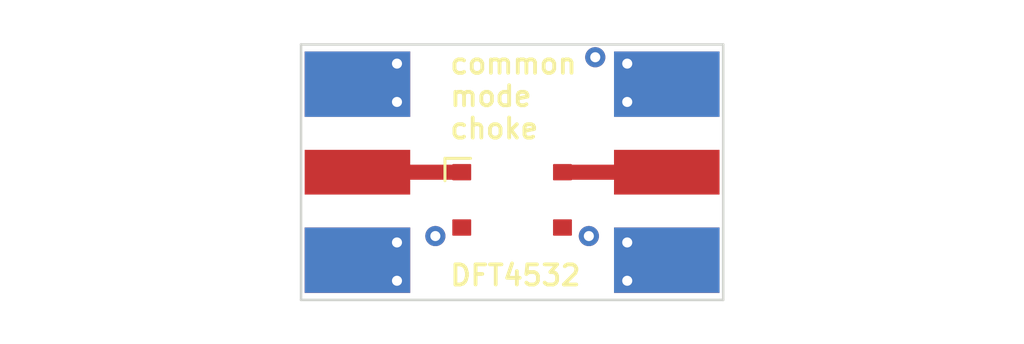
<source format=kicad_pcb>
(kicad_pcb (version 20221018) (generator pcbnew)
  (layers (0 "F.Cu" signal) (31 "B.Cu" signal) (34 "B.Paste" user) (35 "F.Paste" user) (36 "B.SilkS" user "B.Silkscreen") (37 "F.SilkS" user "F.Silkscreen") (38 "B.Mask" user) (39 "F.Mask" user) (44 "Edge.Cuts" user))
  (net 0 "")
  (net 1 "Net-(J2-In)")
  (net 2 "Net-(J1-In)")
  (net 3 "Net-(J2-Ext)")
  (net 4 "Net-(J1-Ext)")
  (footprint "jtk_kicad_libs:SMA_Cinch_142-0711-821_EdgeMount" (layer "F.Cu") (at 115.824 110.236 180)
    (fp_text reference "J2" hide)
    (fp_text value "Conn_Coaxial")
    (pad "1" smd rect (at 0.3 0 270) (size 1.778 4.191) (layers "F.Cu" "F.Paste" "F.Mask") (net 1 "Net-(J2-In)"))
    (pad "2" smd rect (at 0.3 -3.5 270) (size 2.6 4.191) (layers "F.Cu" "F.Paste" "F.Mask") (net 3 "Net-(J2-Ext)"))
    (pad "2" smd rect (at 0.3 -3.5 270) (size 2.6 4.191) (layers "B.Cu" "B.Paste" "B.Mask") (net 3 "Net-(J2-Ext)"))
    (pad "2" smd rect (at 0.3 3.5 270) (size 2.6 4.191) (layers "F.Cu" "F.Paste" "F.Mask") (net 3 "Net-(J2-Ext)"))
    (pad "2" smd rect (at 0.3 3.5 270) (size 2.6 4.191) (layers "B.Cu" "B.Paste" "B.Mask") (net 3 "Net-(J2-Ext)"))
  )
  (footprint "jtk_kicad_libs:DFT4532" (layer "F.Cu") (at 121.666 111.336)
    (fp_text reference "FL1" hide)
    (fp_text value "DFT4532-224B")
    (fp_line (start -2.667 -1.651) (end -1.651 -1.651) (stroke (width 0.12)) (layer "F.SilkS"))
    (fp_line (start -2.667 -0.762) (end -2.667 -1.651) (stroke (width 0.12)) (layer "F.SilkS"))
    (pad "1" smd roundrect (at -2 -1.1) (size 0.75 0.65) (layers "F.Cu" "F.Paste" "F.Mask") (roundrect_rratio 0.05) (net 1 "Net-(J2-In)"))
    (pad "2" smd roundrect (at -2 1.1) (size 0.75 0.65) (layers "F.Cu" "F.Paste" "F.Mask") (roundrect_rratio 0.05) (net 3 "Net-(J2-Ext)"))
    (pad "3" smd roundrect (at 2 1.1) (size 0.75 0.65) (layers "F.Cu" "F.Paste" "F.Mask") (roundrect_rratio 0.05) (net 4 "Net-(J1-Ext)"))
    (pad "4" smd roundrect (at 2 -1.1) (size 0.75 0.65) (layers "F.Cu" "F.Paste" "F.Mask") (roundrect_rratio 0.05) (net 2 "Net-(J1-In)"))
  )
  (footprint "jtk_kicad_libs:SMA_Cinch_142-0711-821_EdgeMount" (layer "F.Cu") (at 127.508 110.236)
    (fp_text reference "J1" hide)
    (fp_text value "Conn_Coaxial")
    (pad "1" smd rect (at 0.3 0 90) (size 1.778 4.191) (layers "F.Cu" "F.Paste" "F.Mask") (net 2 "Net-(J1-In)"))
    (pad "2" smd rect (at 0.3 -3.5 90) (size 2.6 4.191) (layers "F.Cu" "F.Paste" "F.Mask") (net 4 "Net-(J1-Ext)"))
    (pad "2" smd rect (at 0.3 -3.5 90) (size 2.6 4.191) (layers "B.Cu" "B.Paste" "B.Mask") (net 4 "Net-(J1-Ext)"))
    (pad "2" smd rect (at 0.3 3.5 90) (size 2.6 4.191) (layers "F.Cu" "F.Paste" "F.Mask") (net 4 "Net-(J1-Ext)"))
    (pad "2" smd rect (at 0.3 3.5 90) (size 2.6 4.191) (layers "B.Cu" "B.Paste" "B.Mask") (net 4 "Net-(J1-Ext)"))
  )
  (gr_line (start 113.284 105.156) (end 130.048 105.156) (stroke (width 0.1)) (layer "Edge.Cuts"))
  (gr_line (start 130.048 105.156) (end 130.048 115.316) (stroke (width 0.1)) (layer "Edge.Cuts"))
  (gr_line (start 130.048 115.316) (end 113.284 115.316) (stroke (width 0.1)) (layer "Edge.Cuts"))
  (gr_line (start 113.284 115.316) (end 113.284 105.156) (stroke (width 0.1)) (layer "Edge.Cuts"))
  (gr_text "DFT4532" (at 119.126 114.808) (layer "F.SilkS") (effects (font (size 0.8 0.8)) (justify left bottom)))
  (gr_text "common\nmode\nchoke" (at 119.126 108.966) (layer "F.SilkS") (effects (font (size 0.8 0.8)) (justify left bottom)))
  (via (at 124.968 105.664) (size 0.8) (drill 0.4) (layers "F.Cu" "B.Cu") (net 0))
  (segment (start 115.524 110.236) (end 119.666 110.236) (width 0.6) (layer "F.Cu") (net 1))
  (segment (start 123.666 110.236) (end 127.808 110.236) (width 0.6) (layer "F.Cu") (net 2))
  (via (at 117.094 113.03) (size 0.8) (drill 0.4) (layers "F.Cu" "B.Cu") (net 3))
  (via (at 118.618 112.776) (size 0.8) (drill 0.4) (layers "F.Cu" "B.Cu") (net 3))
  (via (at 117.094 105.918) (size 0.8) (drill 0.4) (layers "F.Cu" "B.Cu") (net 3))
  (via (at 117.094 107.442) (size 0.8) (drill 0.4) (layers "F.Cu" "B.Cu") (net 3))
  (via (at 117.094 114.554) (size 0.8) (drill 0.4) (layers "F.Cu" "B.Cu") (net 3))
  (via (at 126.238 107.442) (size 0.8) (drill 0.4) (layers "F.Cu" "B.Cu") (net 4))
  (via (at 124.714 112.776) (size 0.8) (drill 0.4) (layers "F.Cu" "B.Cu") (net 4))
  (via (at 126.238 114.554) (size 0.8) (drill 0.4) (layers "F.Cu" "B.Cu") (net 4))
  (via (at 126.238 113.03) (size 0.8) (drill 0.4) (layers "F.Cu" "B.Cu") (net 4))
  (via (at 126.238 105.918) (size 0.8) (drill 0.4) (layers "F.Cu" "B.Cu") (net 4))
)
</source>
